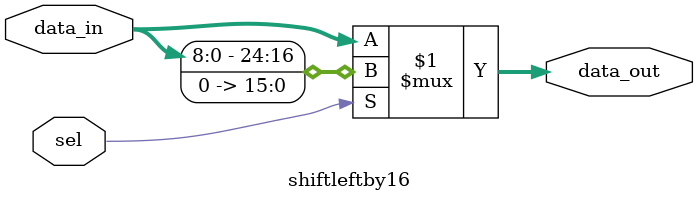
<source format=v>
`timescale 1ns / 1ps

module shiftleft(data_in,sel,data_out);
	input   [24:0]data_in;
	input   [4:0]sel;
	output	[24:0]data_out;

	wire	[24:0]temp1,temp2,temp3,temp4;

	shiftleftby16	stage4(data_in,sel[4],temp4);
	shiftleftby8	stage3(temp4,sel[3],temp3);
	shiftleftby4	stage2(temp3,sel[2],temp2);
	shiftleftby2	stage1(temp2,sel[1],temp1);
	shiftleftby1	stage0(temp1,sel[0],data_out);
endmodule
///////////////////////////////////////////////////////////////////////////////////
module shiftleftby1(data_in,sel,data_out);	
	input   [24:0]data_in;
	input   sel;
	output	[24:0]data_out;

	assign data_out = sel?{data_in[23:0],1'b0}:data_in;
endmodule
/////////////////////////////////////////////////////////////////////////////////
module shiftleftby2(data_in,sel,data_out);
	input   [24:0]data_in;
	input   sel;
	output	[24:0]data_out;

	assign data_out = sel?{data_in[22:0],2'b00}:data_in;
endmodule
///////////////////////////////////////////////////////////////////////////////////

module shiftleftby4(data_in,sel,data_out);
	input   [24:0]data_in;
	input   sel;
	output	[24:0]data_out;

	assign data_out = sel?{data_in[20:0],4'h0}:data_in;
endmodule
/////////////////////////////////////////////////////////////////////////////////////

module shiftleftby8(data_in,sel,data_out);
	input   [24:0]data_in;
	input   sel;
	output	[24:0]data_out;

	assign data_out = sel?{data_in[16:0],8'h00}:data_in;
endmodule
////////////////////////////////////////////////////////////////////////////////////

module shiftleftby16(data_in,sel,data_out);
	input   [24:0]data_in;
	input   sel;
	output	[24:0]data_out;

	assign data_out = sel?{data_in[8:0],16'h0000}:data_in;
endmodule

</source>
